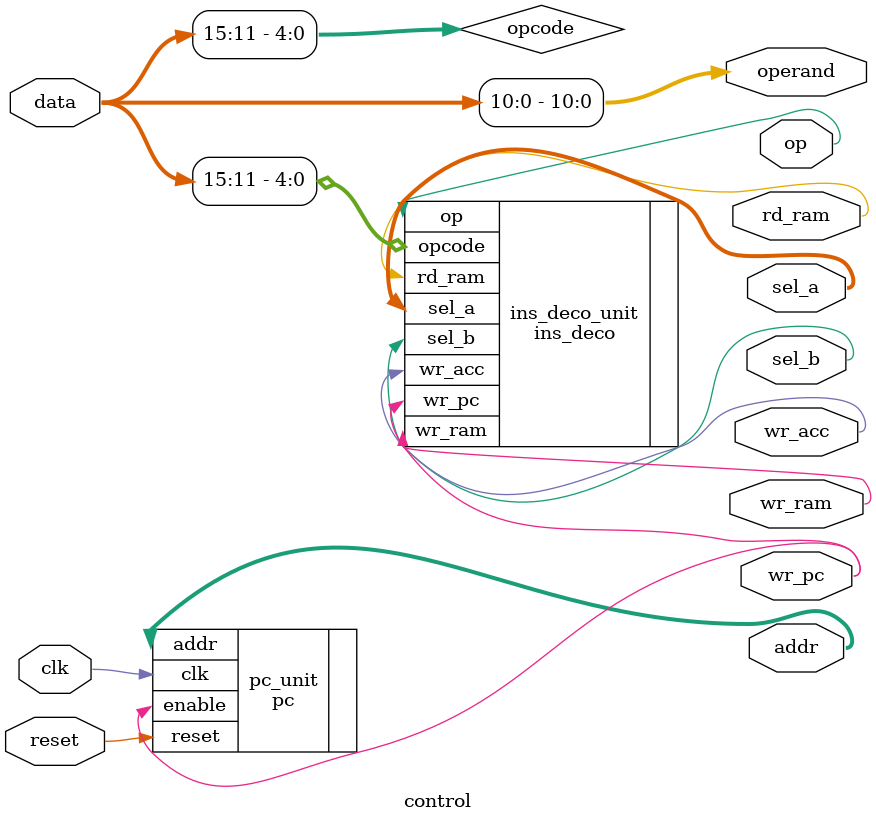
<source format=v>
`timescale 1ns / 1ps
module control(
				input clk, reset,
				input [15:0] data,
				output [10:0] addr,
				output [1:0] sel_a,
				output sel_b,
				output wr_acc,
				output op,
				output wr_ram,
				output rd_ram,
				output [10:0] operand,
				output wr_pc
				);

	//wire wr_pc;
	wire [4:0] opcode;
	
	assign operand = data[10:0];
	assign opcode = data[15:11];

	pc pc_unit
		(.clk(clk), .reset(reset), .enable(wr_pc), .addr(addr));

	ins_deco ins_deco_unit
		(.wr_pc(wr_pc), .sel_a(sel_a), .sel_b(sel_b), .wr_acc(wr_acc),
		 .op(op), .wr_ram(wr_ram), .rd_ram(rd_ram), .opcode(opcode));


endmodule

</source>
